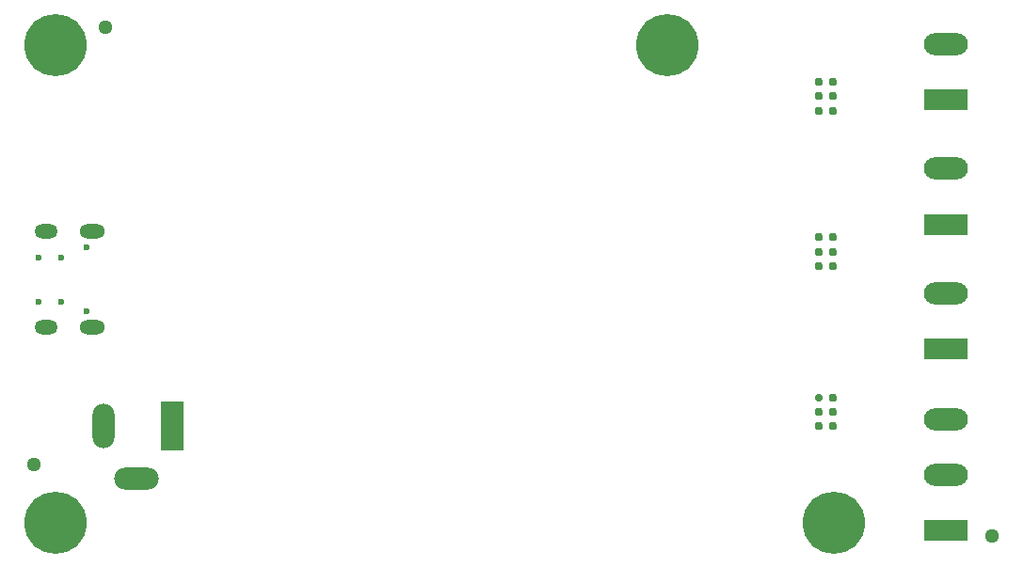
<source format=gbr>
%TF.GenerationSoftware,KiCad,Pcbnew,8.0.4*%
%TF.CreationDate,2025-02-12T19:06:00+01:00*%
%TF.ProjectId,SimpleLedController,53696d70-6c65-44c6-9564-436f6e74726f,A*%
%TF.SameCoordinates,Original*%
%TF.FileFunction,Soldermask,Bot*%
%TF.FilePolarity,Negative*%
%FSLAX46Y46*%
G04 Gerber Fmt 4.6, Leading zero omitted, Abs format (unit mm)*
G04 Created by KiCad (PCBNEW 8.0.4) date 2025-02-12 19:06:00*
%MOMM*%
%LPD*%
G01*
G04 APERTURE LIST*
%ADD10C,5.600000*%
%ADD11C,0.770000*%
%ADD12C,0.740000*%
%ADD13C,1.296000*%
%ADD14O,4.000000X2.000000*%
%ADD15O,2.000000X4.000000*%
%ADD16R,2.000000X4.500000*%
%ADD17O,3.960000X1.980000*%
%ADD18R,3.960000X1.980000*%
%ADD19O,2.100000X1.300000*%
%ADD20O,2.300000X1.300000*%
%ADD21C,0.600000*%
G04 APERTURE END LIST*
D10*
%TO.C,H1*%
X103000000Y-108317800D03*
%TD*%
D11*
%TO.C,U24*%
X172954251Y-99669612D03*
X172954251Y-98369612D03*
X172954251Y-97069612D03*
X171654251Y-99669612D03*
X171654251Y-98369612D03*
D12*
X171654251Y-97069612D03*
%TD*%
D13*
%TO.C,REF\u002A\u002A*%
X187274200Y-109524800D03*
%TD*%
D14*
%TO.C,J1*%
X110288600Y-104362000D03*
D15*
X107288600Y-99662000D03*
D16*
X113488600Y-99662000D03*
%TD*%
D13*
%TO.C,REF\u002A\u002A*%
X101041200Y-103073200D03*
%TD*%
D17*
%TO.C,J5*%
X183071941Y-99024714D03*
X183071941Y-104024714D03*
D18*
X183071941Y-109024714D03*
%TD*%
D19*
%TO.C,J3*%
X102125000Y-90772800D03*
D20*
X106325000Y-90772800D03*
D21*
X101505000Y-88442800D03*
X103505000Y-88442800D03*
X101505000Y-84442800D03*
X103505000Y-84442800D03*
D19*
X102125000Y-82112800D03*
D20*
X106325000Y-82112800D03*
D21*
X105805000Y-89332800D03*
X105805000Y-83552800D03*
%TD*%
D10*
%TO.C,H4*%
X103000000Y-65317800D03*
%TD*%
D17*
%TO.C,J14*%
X183061941Y-76474898D03*
D18*
X183061941Y-81474898D03*
%TD*%
D10*
%TO.C,H2*%
X158000000Y-65317800D03*
%TD*%
D13*
%TO.C,REF\u002A\u002A*%
X107467400Y-63703200D03*
%TD*%
D17*
%TO.C,J13*%
X183061941Y-65229990D03*
D18*
X183061941Y-70229990D03*
%TD*%
D17*
%TO.C,J12*%
X183061941Y-87719806D03*
D18*
X183061941Y-92719806D03*
%TD*%
D11*
%TO.C,U27*%
X172954251Y-71249000D03*
X172954251Y-69949000D03*
X172954251Y-68649000D03*
X171654251Y-71249000D03*
X171654251Y-69949000D03*
X171654251Y-68649000D03*
%TD*%
D10*
%TO.C,H3*%
X173000000Y-108317800D03*
%TD*%
D11*
%TO.C,U30*%
X172954251Y-85242520D03*
X172954251Y-83942520D03*
X172954251Y-82642520D03*
X171654251Y-85242520D03*
X171654251Y-83942520D03*
X171654251Y-82642520D03*
%TD*%
M02*

</source>
